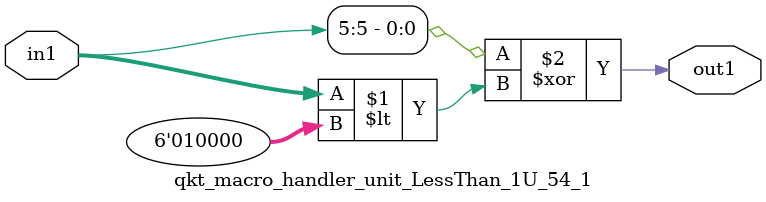
<source format=v>

`timescale 1ps / 1ps


module qkt_macro_handler_unit_LessThan_1U_54_1( in1, out1 );

    input [5:0] in1;
    output out1;

    
    // rtl_process:qkt_macro_handler_unit_LessThan_1U_54_1/qkt_macro_handler_unit_LessThan_1U_54_1_thread_1
    assign out1 = (in1[5] ^ in1 < 6'd16);

endmodule



</source>
